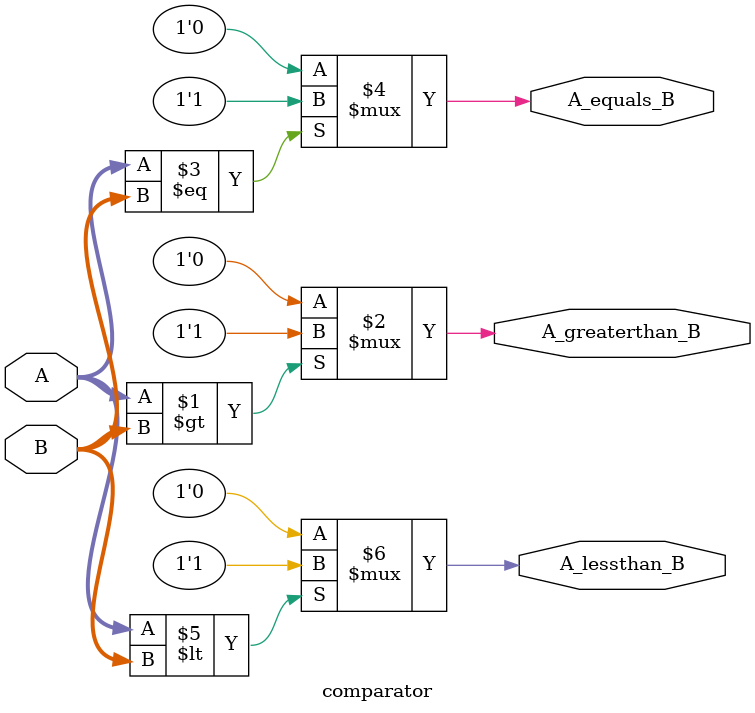
<source format=v>
module comparator (
    input [3:0] A, B,       // 4-bit inputs A and B
    output A_greaterthan_B,  // Output high if A > B
    output A_equals_B,       // Output high if A == B
    output A_lessthan_B      // Output high if A < B
);

    // Using conditional operator
    assign A_greaterthan_B = (A > B) ? 1'b1 : 1'b0;
    assign A_equals_B = (A == B) ? 1'b1 : 1'b0;
    assign A_lessthan_B = (A < B) ? 1'b1 : 1'b0;

endmodule

</source>
